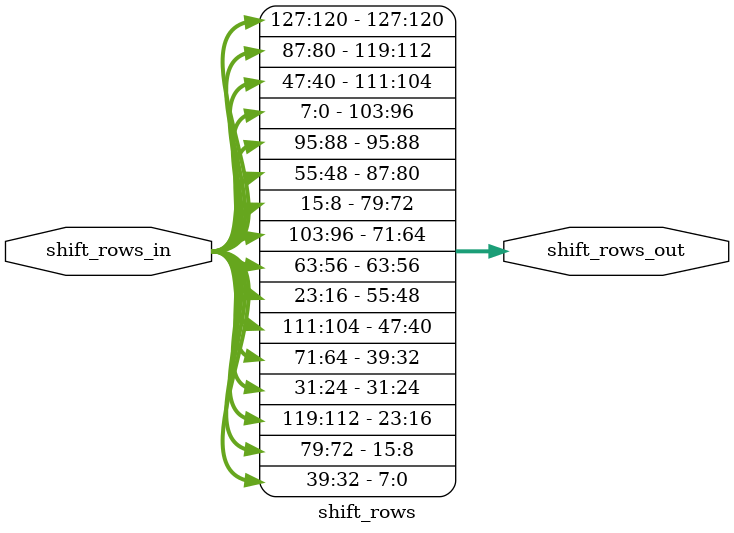
<source format=sv>
module shift_rows #(
    parameter DATA_WIDTH = 128
) (
    input logic [DATA_WIDTH-1:0] shift_rows_in,
    output logic [DATA_WIDTH-1:0] shift_rows_out
);

assign shift_rows_out[7:0] = shift_rows_in[39:32];
assign shift_rows_out[15:8] = shift_rows_in[79:72];
assign shift_rows_out[23:16] = shift_rows_in[119:112];
assign shift_rows_out[31:24] = shift_rows_in[31:24];
assign shift_rows_out[39:32] = shift_rows_in[71:64];
assign shift_rows_out[47:40] = shift_rows_in[111:104];
assign shift_rows_out[55:48] = shift_rows_in[23:16];
assign shift_rows_out[63:56] = shift_rows_in[63:56];
assign shift_rows_out[71:64] = shift_rows_in[103:96];
assign shift_rows_out[79:72] = shift_rows_in[15:8];
assign shift_rows_out[87:80] = shift_rows_in[55:48];
assign shift_rows_out[95:88] = shift_rows_in[95:88];
assign shift_rows_out[103:96] = shift_rows_in[7:0];
assign shift_rows_out[111:104] = shift_rows_in[47:40];
assign shift_rows_out[119:112] = shift_rows_in[87:80];
assign shift_rows_out[127:120] = shift_rows_in[127:120];
endmodule
</source>
